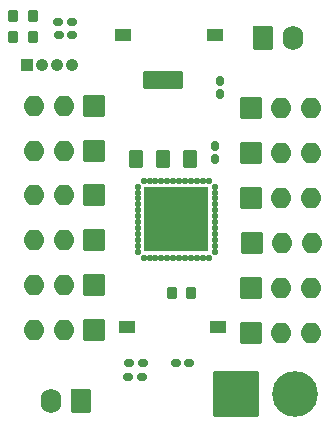
<source format=gbr>
%TF.GenerationSoftware,KiCad,Pcbnew,8.0.4-8.0.4-0~ubuntu22.04.1*%
%TF.CreationDate,2024-08-07T00:11:23+05:30*%
%TF.ProjectId,esp32Shield,65737033-3253-4686-9965-6c642e6b6963,rev?*%
%TF.SameCoordinates,Original*%
%TF.FileFunction,Soldermask,Top*%
%TF.FilePolarity,Negative*%
%FSLAX46Y46*%
G04 Gerber Fmt 4.6, Leading zero omitted, Abs format (unit mm)*
G04 Created by KiCad (PCBNEW 8.0.4-8.0.4-0~ubuntu22.04.1) date 2024-08-07 00:11:23*
%MOMM*%
%LPD*%
G01*
G04 APERTURE LIST*
G04 Aperture macros list*
%AMRoundRect*
0 Rectangle with rounded corners*
0 $1 Rounding radius*
0 $2 $3 $4 $5 $6 $7 $8 $9 X,Y pos of 4 corners*
0 Add a 4 corners polygon primitive as box body*
4,1,4,$2,$3,$4,$5,$6,$7,$8,$9,$2,$3,0*
0 Add four circle primitives for the rounded corners*
1,1,$1+$1,$2,$3*
1,1,$1+$1,$4,$5*
1,1,$1+$1,$6,$7*
1,1,$1+$1,$8,$9*
0 Add four rect primitives between the rounded corners*
20,1,$1+$1,$2,$3,$4,$5,0*
20,1,$1+$1,$4,$5,$6,$7,0*
20,1,$1+$1,$6,$7,$8,$9,0*
20,1,$1+$1,$8,$9,$2,$3,0*%
G04 Aperture macros list end*
%ADD10RoundRect,0.038000X0.850000X-0.850000X0.850000X0.850000X-0.850000X0.850000X-0.850000X-0.850000X0*%
%ADD11O,1.776000X1.776000*%
%ADD12RoundRect,0.038000X-1.900000X-1.900000X1.900000X-1.900000X1.900000X1.900000X-1.900000X1.900000X0*%
%ADD13C,3.876000*%
%ADD14RoundRect,0.038000X-0.850000X0.850000X-0.850000X-0.850000X0.850000X-0.850000X0.850000X0.850000X0*%
%ADD15RoundRect,0.174000X-0.231500X-0.174000X0.231500X-0.174000X0.231500X0.174000X-0.231500X0.174000X0*%
%ADD16RoundRect,0.085050X0.481950X-0.671950X0.481950X0.671950X-0.481950X0.671950X-0.481950X-0.671950X0*%
%ADD17RoundRect,0.113550X1.608450X-0.643450X1.608450X0.643450X-1.608450X0.643450X-1.608450X-0.643450X0*%
%ADD18RoundRect,0.261177X-0.626823X-0.776823X0.626823X-0.776823X0.626823X0.776823X-0.626823X0.776823X0*%
%ADD19O,1.776000X2.076000*%
%ADD20RoundRect,0.219000X-0.219000X-0.294000X0.219000X-0.294000X0.219000X0.294000X-0.219000X0.294000X0*%
%ADD21RoundRect,0.038000X-2.700000X-2.700000X2.700000X-2.700000X2.700000X2.700000X-2.700000X2.700000X0*%
%ADD22RoundRect,0.053250X-0.159750X-0.209750X0.159750X-0.209750X0.159750X0.209750X-0.159750X0.209750X0*%
%ADD23RoundRect,0.053250X-0.209750X-0.159750X0.209750X-0.159750X0.209750X0.159750X-0.209750X0.159750X0*%
%ADD24RoundRect,0.174000X0.174000X-0.231500X0.174000X0.231500X-0.174000X0.231500X-0.174000X-0.231500X0*%
%ADD25RoundRect,0.038000X0.625000X0.500000X-0.625000X0.500000X-0.625000X-0.500000X0.625000X-0.500000X0*%
%ADD26RoundRect,0.261177X0.626823X0.776823X-0.626823X0.776823X-0.626823X-0.776823X0.626823X-0.776823X0*%
%ADD27RoundRect,0.038000X0.500000X-0.500000X0.500000X0.500000X-0.500000X0.500000X-0.500000X-0.500000X0*%
%ADD28O,1.076000X1.076000*%
%ADD29RoundRect,0.038000X-0.625000X-0.500000X0.625000X-0.500000X0.625000X0.500000X-0.625000X0.500000X0*%
G04 APERTURE END LIST*
D10*
%TO.C,M10*%
X165875000Y-78250000D03*
D11*
X168415000Y-78250000D03*
X170955000Y-78250000D03*
%TD*%
D12*
%TO.C,J1*%
X164600000Y-94800000D03*
D13*
X169600000Y-94800000D03*
%TD*%
D14*
%TO.C,M2*%
X152600000Y-74200000D03*
D11*
X150060000Y-74200000D03*
X147520000Y-74200000D03*
%TD*%
D15*
%TO.C,C6*%
X149552500Y-63330000D03*
X150687500Y-63330000D03*
%TD*%
D10*
%TO.C,M11*%
X165875000Y-74400000D03*
D11*
X168415000Y-74400000D03*
X170955000Y-74400000D03*
%TD*%
D14*
%TO.C,M6*%
X152600000Y-89400000D03*
D11*
X150060000Y-89400000D03*
X147520000Y-89400000D03*
%TD*%
D16*
%TO.C,U2*%
X156110000Y-74945000D03*
X158400000Y-74945000D03*
X160690000Y-74945000D03*
D17*
X158400000Y-68255000D03*
%TD*%
D10*
%TO.C,M8*%
X165875000Y-85800000D03*
D11*
X168415000Y-85800000D03*
X170955000Y-85800000D03*
%TD*%
D18*
%TO.C,J4*%
X166900000Y-64675000D03*
D19*
X169400000Y-64675000D03*
%TD*%
D14*
%TO.C,M5*%
X152600000Y-85600000D03*
D11*
X150060000Y-85600000D03*
X147520000Y-85600000D03*
%TD*%
D10*
%TO.C,M9*%
X165920000Y-82000000D03*
D11*
X168460000Y-82000000D03*
X171000000Y-82000000D03*
%TD*%
D20*
%TO.C,R1*%
X159145000Y-86280000D03*
X160795000Y-86280000D03*
%TD*%
D14*
%TO.C,M3*%
X152600000Y-77950000D03*
D11*
X150060000Y-77950000D03*
X147520000Y-77950000D03*
%TD*%
D15*
%TO.C,C4*%
X155465000Y-93400000D03*
X156600000Y-93400000D03*
%TD*%
D20*
%TO.C,R2*%
X145705000Y-62820000D03*
X147355000Y-62820000D03*
%TD*%
D21*
%TO.C,U1*%
X159512500Y-80000000D03*
D22*
X156762500Y-76735000D03*
X157262500Y-76735000D03*
X157762500Y-76735000D03*
X158262500Y-76735000D03*
X158762500Y-76735000D03*
X159262500Y-76735000D03*
X159762500Y-76735000D03*
X160262500Y-76735000D03*
X160762500Y-76735000D03*
X161262500Y-76735000D03*
X161762500Y-76735000D03*
X162262500Y-76735000D03*
D23*
X162777500Y-77250000D03*
X162777500Y-77750000D03*
X162777500Y-78250000D03*
X162777500Y-78750000D03*
X162777500Y-79250000D03*
X162777500Y-79750000D03*
X162777500Y-80250000D03*
X162777500Y-80750000D03*
X162777500Y-81250000D03*
X162777500Y-81750000D03*
X162777500Y-82250000D03*
X162777500Y-82750000D03*
D22*
X162262500Y-83265000D03*
X161762500Y-83265000D03*
X161262500Y-83265000D03*
X160762500Y-83265000D03*
X160262500Y-83265000D03*
X159762500Y-83265000D03*
X159262500Y-83265000D03*
X158762500Y-83265000D03*
X158262500Y-83265000D03*
X157762500Y-83265000D03*
X157262500Y-83265000D03*
X156762500Y-83265000D03*
D23*
X156247500Y-82750000D03*
X156247500Y-82250000D03*
X156247500Y-81750000D03*
X156247500Y-81250000D03*
X156247500Y-80750000D03*
X156247500Y-80250000D03*
X156247500Y-79750000D03*
X156247500Y-79250000D03*
X156247500Y-78750000D03*
X156247500Y-78250000D03*
X156247500Y-77750000D03*
X156247500Y-77250000D03*
%TD*%
D15*
%TO.C,C2*%
X155562500Y-92150000D03*
X156697500Y-92150000D03*
%TD*%
D10*
%TO.C,M7*%
X165875000Y-89600000D03*
D11*
X168415000Y-89600000D03*
X170955000Y-89600000D03*
%TD*%
D14*
%TO.C,M4*%
X152600000Y-81800000D03*
D11*
X150060000Y-81800000D03*
X147520000Y-81800000D03*
%TD*%
D15*
%TO.C,C5*%
X149592500Y-64380000D03*
X150727500Y-64380000D03*
%TD*%
D24*
%TO.C,C1*%
X162800000Y-74935000D03*
X162800000Y-73800000D03*
%TD*%
D25*
%TO.C,SW1*%
X163070000Y-89150000D03*
X155320000Y-89150000D03*
%TD*%
D10*
%TO.C,M12*%
X165875000Y-70600000D03*
D11*
X168415000Y-70600000D03*
X170955000Y-70600000D03*
%TD*%
D26*
%TO.C,J3*%
X151450000Y-95400000D03*
D19*
X148950000Y-95400000D03*
%TD*%
D24*
%TO.C,C3*%
X163200000Y-69400000D03*
X163200000Y-68265000D03*
%TD*%
D14*
%TO.C,M1*%
X152600000Y-70400000D03*
D11*
X150060000Y-70400000D03*
X147520000Y-70400000D03*
%TD*%
D27*
%TO.C,J2*%
X146850000Y-66960000D03*
D28*
X148120000Y-66960000D03*
X149390000Y-66960000D03*
X150660000Y-66960000D03*
%TD*%
D20*
%TO.C,R3*%
X145725000Y-64580000D03*
X147375000Y-64580000D03*
%TD*%
D29*
%TO.C,SW2*%
X155035000Y-64400000D03*
X162785000Y-64400000D03*
%TD*%
D15*
%TO.C,C7*%
X159502500Y-92180000D03*
X160637500Y-92180000D03*
%TD*%
M02*

</source>
